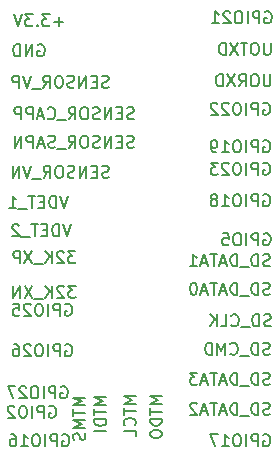
<source format=gbo>
%TF.GenerationSoftware,KiCad,Pcbnew,(6.0.4)*%
%TF.CreationDate,2022-06-13T20:09:27+02:00*%
%TF.ProjectId,Stamp,5374616d-702e-46b6-9963-61645f706362,rev?*%
%TF.SameCoordinates,Original*%
%TF.FileFunction,Legend,Bot*%
%TF.FilePolarity,Positive*%
%FSLAX46Y46*%
G04 Gerber Fmt 4.6, Leading zero omitted, Abs format (unit mm)*
G04 Created by KiCad (PCBNEW (6.0.4)) date 2022-06-13 20:09:27*
%MOMM*%
%LPD*%
G01*
G04 APERTURE LIST*
%ADD10C,0.150000*%
%ADD11R,1.700000X1.700000*%
%ADD12O,1.700000X1.700000*%
G04 APERTURE END LIST*
D10*
X105584380Y-100973000D02*
X105679619Y-100925380D01*
X105822476Y-100925380D01*
X105965333Y-100973000D01*
X106060571Y-101068238D01*
X106108190Y-101163476D01*
X106155809Y-101353952D01*
X106155809Y-101496809D01*
X106108190Y-101687285D01*
X106060571Y-101782523D01*
X105965333Y-101877761D01*
X105822476Y-101925380D01*
X105727238Y-101925380D01*
X105584380Y-101877761D01*
X105536761Y-101830142D01*
X105536761Y-101496809D01*
X105727238Y-101496809D01*
X105108190Y-101925380D02*
X105108190Y-100925380D01*
X104727238Y-100925380D01*
X104632000Y-100973000D01*
X104584380Y-101020619D01*
X104536761Y-101115857D01*
X104536761Y-101258714D01*
X104584380Y-101353952D01*
X104632000Y-101401571D01*
X104727238Y-101449190D01*
X105108190Y-101449190D01*
X104108190Y-101925380D02*
X104108190Y-100925380D01*
X103441523Y-100925380D02*
X103251047Y-100925380D01*
X103155809Y-100973000D01*
X103060571Y-101068238D01*
X103012952Y-101258714D01*
X103012952Y-101592047D01*
X103060571Y-101782523D01*
X103155809Y-101877761D01*
X103251047Y-101925380D01*
X103441523Y-101925380D01*
X103536761Y-101877761D01*
X103632000Y-101782523D01*
X103679619Y-101592047D01*
X103679619Y-101258714D01*
X103632000Y-101068238D01*
X103536761Y-100973000D01*
X103441523Y-100925380D01*
X102632000Y-101020619D02*
X102584380Y-100973000D01*
X102489142Y-100925380D01*
X102251047Y-100925380D01*
X102155809Y-100973000D01*
X102108190Y-101020619D01*
X102060571Y-101115857D01*
X102060571Y-101211095D01*
X102108190Y-101353952D01*
X102679619Y-101925380D01*
X102060571Y-101925380D01*
X101108190Y-101925380D02*
X101679619Y-101925380D01*
X101393904Y-101925380D02*
X101393904Y-100925380D01*
X101489142Y-101068238D01*
X101584380Y-101163476D01*
X101679619Y-101211095D01*
X105457380Y-111895000D02*
X105552619Y-111847380D01*
X105695476Y-111847380D01*
X105838333Y-111895000D01*
X105933571Y-111990238D01*
X105981190Y-112085476D01*
X106028809Y-112275952D01*
X106028809Y-112418809D01*
X105981190Y-112609285D01*
X105933571Y-112704523D01*
X105838333Y-112799761D01*
X105695476Y-112847380D01*
X105600238Y-112847380D01*
X105457380Y-112799761D01*
X105409761Y-112752142D01*
X105409761Y-112418809D01*
X105600238Y-112418809D01*
X104981190Y-112847380D02*
X104981190Y-111847380D01*
X104600238Y-111847380D01*
X104505000Y-111895000D01*
X104457380Y-111942619D01*
X104409761Y-112037857D01*
X104409761Y-112180714D01*
X104457380Y-112275952D01*
X104505000Y-112323571D01*
X104600238Y-112371190D01*
X104981190Y-112371190D01*
X103981190Y-112847380D02*
X103981190Y-111847380D01*
X103314523Y-111847380D02*
X103124047Y-111847380D01*
X103028809Y-111895000D01*
X102933571Y-111990238D01*
X102885952Y-112180714D01*
X102885952Y-112514047D01*
X102933571Y-112704523D01*
X103028809Y-112799761D01*
X103124047Y-112847380D01*
X103314523Y-112847380D01*
X103409761Y-112799761D01*
X103505000Y-112704523D01*
X103552619Y-112514047D01*
X103552619Y-112180714D01*
X103505000Y-111990238D01*
X103409761Y-111895000D01*
X103314523Y-111847380D01*
X101933571Y-112847380D02*
X102505000Y-112847380D01*
X102219285Y-112847380D02*
X102219285Y-111847380D01*
X102314523Y-111990238D01*
X102409761Y-112085476D01*
X102505000Y-112133095D01*
X101457380Y-112847380D02*
X101266904Y-112847380D01*
X101171666Y-112799761D01*
X101124047Y-112752142D01*
X101028809Y-112609285D01*
X100981190Y-112418809D01*
X100981190Y-112037857D01*
X101028809Y-111942619D01*
X101076428Y-111895000D01*
X101171666Y-111847380D01*
X101362142Y-111847380D01*
X101457380Y-111895000D01*
X101505000Y-111942619D01*
X101552619Y-112037857D01*
X101552619Y-112275952D01*
X101505000Y-112371190D01*
X101457380Y-112418809D01*
X101362142Y-112466428D01*
X101171666Y-112466428D01*
X101076428Y-112418809D01*
X101028809Y-112371190D01*
X100981190Y-112275952D01*
X105996952Y-124864761D02*
X105854095Y-124912380D01*
X105616000Y-124912380D01*
X105520761Y-124864761D01*
X105473142Y-124817142D01*
X105425523Y-124721904D01*
X105425523Y-124626666D01*
X105473142Y-124531428D01*
X105520761Y-124483809D01*
X105616000Y-124436190D01*
X105806476Y-124388571D01*
X105901714Y-124340952D01*
X105949333Y-124293333D01*
X105996952Y-124198095D01*
X105996952Y-124102857D01*
X105949333Y-124007619D01*
X105901714Y-123960000D01*
X105806476Y-123912380D01*
X105568380Y-123912380D01*
X105425523Y-123960000D01*
X104996952Y-124912380D02*
X104996952Y-123912380D01*
X104758857Y-123912380D01*
X104616000Y-123960000D01*
X104520761Y-124055238D01*
X104473142Y-124150476D01*
X104425523Y-124340952D01*
X104425523Y-124483809D01*
X104473142Y-124674285D01*
X104520761Y-124769523D01*
X104616000Y-124864761D01*
X104758857Y-124912380D01*
X104996952Y-124912380D01*
X104235047Y-125007619D02*
X103473142Y-125007619D01*
X103235047Y-124912380D02*
X103235047Y-123912380D01*
X102996952Y-123912380D01*
X102854095Y-123960000D01*
X102758857Y-124055238D01*
X102711238Y-124150476D01*
X102663619Y-124340952D01*
X102663619Y-124483809D01*
X102711238Y-124674285D01*
X102758857Y-124769523D01*
X102854095Y-124864761D01*
X102996952Y-124912380D01*
X103235047Y-124912380D01*
X102282666Y-124626666D02*
X101806476Y-124626666D01*
X102377904Y-124912380D02*
X102044571Y-123912380D01*
X101711238Y-124912380D01*
X101520761Y-123912380D02*
X100949333Y-123912380D01*
X101235047Y-124912380D02*
X101235047Y-123912380D01*
X100663619Y-124626666D02*
X100187428Y-124626666D01*
X100758857Y-124912380D02*
X100425523Y-123912380D01*
X100092190Y-124912380D01*
X99568380Y-123912380D02*
X99473142Y-123912380D01*
X99377904Y-123960000D01*
X99330285Y-124007619D01*
X99282666Y-124102857D01*
X99235047Y-124293333D01*
X99235047Y-124531428D01*
X99282666Y-124721904D01*
X99330285Y-124817142D01*
X99377904Y-124864761D01*
X99473142Y-124912380D01*
X99568380Y-124912380D01*
X99663619Y-124864761D01*
X99711238Y-124817142D01*
X99758857Y-124721904D01*
X99806476Y-124531428D01*
X99806476Y-124293333D01*
X99758857Y-124102857D01*
X99711238Y-124007619D01*
X99663619Y-123960000D01*
X99568380Y-123912380D01*
X92336428Y-107338761D02*
X92193571Y-107386380D01*
X91955476Y-107386380D01*
X91860238Y-107338761D01*
X91812619Y-107291142D01*
X91765000Y-107195904D01*
X91765000Y-107100666D01*
X91812619Y-107005428D01*
X91860238Y-106957809D01*
X91955476Y-106910190D01*
X92145952Y-106862571D01*
X92241190Y-106814952D01*
X92288809Y-106767333D01*
X92336428Y-106672095D01*
X92336428Y-106576857D01*
X92288809Y-106481619D01*
X92241190Y-106434000D01*
X92145952Y-106386380D01*
X91907857Y-106386380D01*
X91765000Y-106434000D01*
X91336428Y-106862571D02*
X91003095Y-106862571D01*
X90860238Y-107386380D02*
X91336428Y-107386380D01*
X91336428Y-106386380D01*
X90860238Y-106386380D01*
X90431666Y-107386380D02*
X90431666Y-106386380D01*
X89860238Y-107386380D01*
X89860238Y-106386380D01*
X89431666Y-107338761D02*
X89288809Y-107386380D01*
X89050714Y-107386380D01*
X88955476Y-107338761D01*
X88907857Y-107291142D01*
X88860238Y-107195904D01*
X88860238Y-107100666D01*
X88907857Y-107005428D01*
X88955476Y-106957809D01*
X89050714Y-106910190D01*
X89241190Y-106862571D01*
X89336428Y-106814952D01*
X89384047Y-106767333D01*
X89431666Y-106672095D01*
X89431666Y-106576857D01*
X89384047Y-106481619D01*
X89336428Y-106434000D01*
X89241190Y-106386380D01*
X89003095Y-106386380D01*
X88860238Y-106434000D01*
X88241190Y-106386380D02*
X88050714Y-106386380D01*
X87955476Y-106434000D01*
X87860238Y-106529238D01*
X87812619Y-106719714D01*
X87812619Y-107053047D01*
X87860238Y-107243523D01*
X87955476Y-107338761D01*
X88050714Y-107386380D01*
X88241190Y-107386380D01*
X88336428Y-107338761D01*
X88431666Y-107243523D01*
X88479285Y-107053047D01*
X88479285Y-106719714D01*
X88431666Y-106529238D01*
X88336428Y-106434000D01*
X88241190Y-106386380D01*
X86812619Y-107386380D02*
X87145952Y-106910190D01*
X87384047Y-107386380D02*
X87384047Y-106386380D01*
X87003095Y-106386380D01*
X86907857Y-106434000D01*
X86860238Y-106481619D01*
X86812619Y-106576857D01*
X86812619Y-106719714D01*
X86860238Y-106814952D01*
X86907857Y-106862571D01*
X87003095Y-106910190D01*
X87384047Y-106910190D01*
X86622142Y-107481619D02*
X85860238Y-107481619D01*
X85765000Y-106386380D02*
X85431666Y-107386380D01*
X85098333Y-106386380D01*
X84765000Y-107386380D02*
X84765000Y-106386380D01*
X84384047Y-106386380D01*
X84288809Y-106434000D01*
X84241190Y-106481619D01*
X84193571Y-106576857D01*
X84193571Y-106719714D01*
X84241190Y-106814952D01*
X84288809Y-106862571D01*
X84384047Y-106910190D01*
X84765000Y-106910190D01*
X88439380Y-136787000D02*
X88534619Y-136739380D01*
X88677476Y-136739380D01*
X88820333Y-136787000D01*
X88915571Y-136882238D01*
X88963190Y-136977476D01*
X89010809Y-137167952D01*
X89010809Y-137310809D01*
X88963190Y-137501285D01*
X88915571Y-137596523D01*
X88820333Y-137691761D01*
X88677476Y-137739380D01*
X88582238Y-137739380D01*
X88439380Y-137691761D01*
X88391761Y-137644142D01*
X88391761Y-137310809D01*
X88582238Y-137310809D01*
X87963190Y-137739380D02*
X87963190Y-136739380D01*
X87582238Y-136739380D01*
X87487000Y-136787000D01*
X87439380Y-136834619D01*
X87391761Y-136929857D01*
X87391761Y-137072714D01*
X87439380Y-137167952D01*
X87487000Y-137215571D01*
X87582238Y-137263190D01*
X87963190Y-137263190D01*
X86963190Y-137739380D02*
X86963190Y-136739380D01*
X86296523Y-136739380D02*
X86106047Y-136739380D01*
X86010809Y-136787000D01*
X85915571Y-136882238D01*
X85867952Y-137072714D01*
X85867952Y-137406047D01*
X85915571Y-137596523D01*
X86010809Y-137691761D01*
X86106047Y-137739380D01*
X86296523Y-137739380D01*
X86391761Y-137691761D01*
X86487000Y-137596523D01*
X86534619Y-137406047D01*
X86534619Y-137072714D01*
X86487000Y-136882238D01*
X86391761Y-136787000D01*
X86296523Y-136739380D01*
X84915571Y-137739380D02*
X85487000Y-137739380D01*
X85201285Y-137739380D02*
X85201285Y-136739380D01*
X85296523Y-136882238D01*
X85391761Y-136977476D01*
X85487000Y-137025095D01*
X84058428Y-136739380D02*
X84248904Y-136739380D01*
X84344142Y-136787000D01*
X84391761Y-136834619D01*
X84487000Y-136977476D01*
X84534619Y-137167952D01*
X84534619Y-137548904D01*
X84487000Y-137644142D01*
X84439380Y-137691761D01*
X84344142Y-137739380D01*
X84153666Y-137739380D01*
X84058428Y-137691761D01*
X84010809Y-137644142D01*
X83963190Y-137548904D01*
X83963190Y-137310809D01*
X84010809Y-137215571D01*
X84058428Y-137167952D01*
X84153666Y-137120333D01*
X84344142Y-137120333D01*
X84439380Y-137167952D01*
X84487000Y-137215571D01*
X84534619Y-137310809D01*
X94479428Y-110005761D02*
X94336571Y-110053380D01*
X94098476Y-110053380D01*
X94003238Y-110005761D01*
X93955619Y-109958142D01*
X93908000Y-109862904D01*
X93908000Y-109767666D01*
X93955619Y-109672428D01*
X94003238Y-109624809D01*
X94098476Y-109577190D01*
X94288952Y-109529571D01*
X94384190Y-109481952D01*
X94431809Y-109434333D01*
X94479428Y-109339095D01*
X94479428Y-109243857D01*
X94431809Y-109148619D01*
X94384190Y-109101000D01*
X94288952Y-109053380D01*
X94050857Y-109053380D01*
X93908000Y-109101000D01*
X93479428Y-109529571D02*
X93146095Y-109529571D01*
X93003238Y-110053380D02*
X93479428Y-110053380D01*
X93479428Y-109053380D01*
X93003238Y-109053380D01*
X92574666Y-110053380D02*
X92574666Y-109053380D01*
X92003238Y-110053380D01*
X92003238Y-109053380D01*
X91574666Y-110005761D02*
X91431809Y-110053380D01*
X91193714Y-110053380D01*
X91098476Y-110005761D01*
X91050857Y-109958142D01*
X91003238Y-109862904D01*
X91003238Y-109767666D01*
X91050857Y-109672428D01*
X91098476Y-109624809D01*
X91193714Y-109577190D01*
X91384190Y-109529571D01*
X91479428Y-109481952D01*
X91527047Y-109434333D01*
X91574666Y-109339095D01*
X91574666Y-109243857D01*
X91527047Y-109148619D01*
X91479428Y-109101000D01*
X91384190Y-109053380D01*
X91146095Y-109053380D01*
X91003238Y-109101000D01*
X90384190Y-109053380D02*
X90193714Y-109053380D01*
X90098476Y-109101000D01*
X90003238Y-109196238D01*
X89955619Y-109386714D01*
X89955619Y-109720047D01*
X90003238Y-109910523D01*
X90098476Y-110005761D01*
X90193714Y-110053380D01*
X90384190Y-110053380D01*
X90479428Y-110005761D01*
X90574666Y-109910523D01*
X90622285Y-109720047D01*
X90622285Y-109386714D01*
X90574666Y-109196238D01*
X90479428Y-109101000D01*
X90384190Y-109053380D01*
X88955619Y-110053380D02*
X89288952Y-109577190D01*
X89527047Y-110053380D02*
X89527047Y-109053380D01*
X89146095Y-109053380D01*
X89050857Y-109101000D01*
X89003238Y-109148619D01*
X88955619Y-109243857D01*
X88955619Y-109386714D01*
X89003238Y-109481952D01*
X89050857Y-109529571D01*
X89146095Y-109577190D01*
X89527047Y-109577190D01*
X88765142Y-110148619D02*
X88003238Y-110148619D01*
X87193714Y-109958142D02*
X87241333Y-110005761D01*
X87384190Y-110053380D01*
X87479428Y-110053380D01*
X87622285Y-110005761D01*
X87717523Y-109910523D01*
X87765142Y-109815285D01*
X87812761Y-109624809D01*
X87812761Y-109481952D01*
X87765142Y-109291476D01*
X87717523Y-109196238D01*
X87622285Y-109101000D01*
X87479428Y-109053380D01*
X87384190Y-109053380D01*
X87241333Y-109101000D01*
X87193714Y-109148619D01*
X86812761Y-109767666D02*
X86336571Y-109767666D01*
X86908000Y-110053380D02*
X86574666Y-109053380D01*
X86241333Y-110053380D01*
X85908000Y-110053380D02*
X85908000Y-109053380D01*
X85527047Y-109053380D01*
X85431809Y-109101000D01*
X85384190Y-109148619D01*
X85336571Y-109243857D01*
X85336571Y-109386714D01*
X85384190Y-109481952D01*
X85431809Y-109529571D01*
X85527047Y-109577190D01*
X85908000Y-109577190D01*
X84908000Y-110053380D02*
X84908000Y-109053380D01*
X84527047Y-109053380D01*
X84431809Y-109101000D01*
X84384190Y-109148619D01*
X84336571Y-109243857D01*
X84336571Y-109386714D01*
X84384190Y-109481952D01*
X84431809Y-109529571D01*
X84527047Y-109577190D01*
X84908000Y-109577190D01*
X87328190Y-134374000D02*
X87423428Y-134326380D01*
X87566285Y-134326380D01*
X87709142Y-134374000D01*
X87804380Y-134469238D01*
X87852000Y-134564476D01*
X87899619Y-134754952D01*
X87899619Y-134897809D01*
X87852000Y-135088285D01*
X87804380Y-135183523D01*
X87709142Y-135278761D01*
X87566285Y-135326380D01*
X87471047Y-135326380D01*
X87328190Y-135278761D01*
X87280571Y-135231142D01*
X87280571Y-134897809D01*
X87471047Y-134897809D01*
X86852000Y-135326380D02*
X86852000Y-134326380D01*
X86471047Y-134326380D01*
X86375809Y-134374000D01*
X86328190Y-134421619D01*
X86280571Y-134516857D01*
X86280571Y-134659714D01*
X86328190Y-134754952D01*
X86375809Y-134802571D01*
X86471047Y-134850190D01*
X86852000Y-134850190D01*
X85852000Y-135326380D02*
X85852000Y-134326380D01*
X85185333Y-134326380D02*
X84994857Y-134326380D01*
X84899619Y-134374000D01*
X84804380Y-134469238D01*
X84756761Y-134659714D01*
X84756761Y-134993047D01*
X84804380Y-135183523D01*
X84899619Y-135278761D01*
X84994857Y-135326380D01*
X85185333Y-135326380D01*
X85280571Y-135278761D01*
X85375809Y-135183523D01*
X85423428Y-134993047D01*
X85423428Y-134659714D01*
X85375809Y-134469238D01*
X85280571Y-134374000D01*
X85185333Y-134326380D01*
X84375809Y-134421619D02*
X84328190Y-134374000D01*
X84232952Y-134326380D01*
X83994857Y-134326380D01*
X83899619Y-134374000D01*
X83852000Y-134421619D01*
X83804380Y-134516857D01*
X83804380Y-134612095D01*
X83852000Y-134754952D01*
X84423428Y-135326380D01*
X83804380Y-135326380D01*
X106076428Y-127531761D02*
X105933571Y-127579380D01*
X105695476Y-127579380D01*
X105600238Y-127531761D01*
X105552619Y-127484142D01*
X105505000Y-127388904D01*
X105505000Y-127293666D01*
X105552619Y-127198428D01*
X105600238Y-127150809D01*
X105695476Y-127103190D01*
X105885952Y-127055571D01*
X105981190Y-127007952D01*
X106028809Y-126960333D01*
X106076428Y-126865095D01*
X106076428Y-126769857D01*
X106028809Y-126674619D01*
X105981190Y-126627000D01*
X105885952Y-126579380D01*
X105647857Y-126579380D01*
X105505000Y-126627000D01*
X105076428Y-127579380D02*
X105076428Y-126579380D01*
X104838333Y-126579380D01*
X104695476Y-126627000D01*
X104600238Y-126722238D01*
X104552619Y-126817476D01*
X104505000Y-127007952D01*
X104505000Y-127150809D01*
X104552619Y-127341285D01*
X104600238Y-127436523D01*
X104695476Y-127531761D01*
X104838333Y-127579380D01*
X105076428Y-127579380D01*
X104314523Y-127674619D02*
X103552619Y-127674619D01*
X102743095Y-127484142D02*
X102790714Y-127531761D01*
X102933571Y-127579380D01*
X103028809Y-127579380D01*
X103171666Y-127531761D01*
X103266904Y-127436523D01*
X103314523Y-127341285D01*
X103362142Y-127150809D01*
X103362142Y-127007952D01*
X103314523Y-126817476D01*
X103266904Y-126722238D01*
X103171666Y-126627000D01*
X103028809Y-126579380D01*
X102933571Y-126579380D01*
X102790714Y-126627000D01*
X102743095Y-126674619D01*
X101838333Y-127579380D02*
X102314523Y-127579380D01*
X102314523Y-126579380D01*
X101505000Y-127579380D02*
X101505000Y-126579380D01*
X100933571Y-127579380D02*
X101362142Y-127007952D01*
X100933571Y-126579380D02*
X101505000Y-127150809D01*
X89534666Y-121245380D02*
X88915619Y-121245380D01*
X89248952Y-121626333D01*
X89106095Y-121626333D01*
X89010857Y-121673952D01*
X88963238Y-121721571D01*
X88915619Y-121816809D01*
X88915619Y-122054904D01*
X88963238Y-122150142D01*
X89010857Y-122197761D01*
X89106095Y-122245380D01*
X89391809Y-122245380D01*
X89487047Y-122197761D01*
X89534666Y-122150142D01*
X88534666Y-121340619D02*
X88487047Y-121293000D01*
X88391809Y-121245380D01*
X88153714Y-121245380D01*
X88058476Y-121293000D01*
X88010857Y-121340619D01*
X87963238Y-121435857D01*
X87963238Y-121531095D01*
X88010857Y-121673952D01*
X88582285Y-122245380D01*
X87963238Y-122245380D01*
X87534666Y-122245380D02*
X87534666Y-121245380D01*
X86963238Y-122245380D02*
X87391809Y-121673952D01*
X86963238Y-121245380D02*
X87534666Y-121816809D01*
X86772761Y-122340619D02*
X86010857Y-122340619D01*
X85868000Y-121245380D02*
X85201333Y-122245380D01*
X85201333Y-121245380D02*
X85868000Y-122245380D01*
X84820380Y-122245380D02*
X84820380Y-121245380D01*
X84439428Y-121245380D01*
X84344190Y-121293000D01*
X84296571Y-121340619D01*
X84248952Y-121435857D01*
X84248952Y-121578714D01*
X84296571Y-121673952D01*
X84344190Y-121721571D01*
X84439428Y-121769190D01*
X84820380Y-121769190D01*
X89558476Y-124166380D02*
X88939428Y-124166380D01*
X89272761Y-124547333D01*
X89129904Y-124547333D01*
X89034666Y-124594952D01*
X88987047Y-124642571D01*
X88939428Y-124737809D01*
X88939428Y-124975904D01*
X88987047Y-125071142D01*
X89034666Y-125118761D01*
X89129904Y-125166380D01*
X89415619Y-125166380D01*
X89510857Y-125118761D01*
X89558476Y-125071142D01*
X88558476Y-124261619D02*
X88510857Y-124214000D01*
X88415619Y-124166380D01*
X88177523Y-124166380D01*
X88082285Y-124214000D01*
X88034666Y-124261619D01*
X87987047Y-124356857D01*
X87987047Y-124452095D01*
X88034666Y-124594952D01*
X88606095Y-125166380D01*
X87987047Y-125166380D01*
X87558476Y-125166380D02*
X87558476Y-124166380D01*
X86987047Y-125166380D02*
X87415619Y-124594952D01*
X86987047Y-124166380D02*
X87558476Y-124737809D01*
X86796571Y-125261619D02*
X86034666Y-125261619D01*
X85891809Y-124166380D02*
X85225142Y-125166380D01*
X85225142Y-124166380D02*
X85891809Y-125166380D01*
X84844190Y-125166380D02*
X84844190Y-124166380D01*
X84272761Y-125166380D01*
X84272761Y-124166380D01*
X88312380Y-132723000D02*
X88407619Y-132675380D01*
X88550476Y-132675380D01*
X88693333Y-132723000D01*
X88788571Y-132818238D01*
X88836190Y-132913476D01*
X88883809Y-133103952D01*
X88883809Y-133246809D01*
X88836190Y-133437285D01*
X88788571Y-133532523D01*
X88693333Y-133627761D01*
X88550476Y-133675380D01*
X88455238Y-133675380D01*
X88312380Y-133627761D01*
X88264761Y-133580142D01*
X88264761Y-133246809D01*
X88455238Y-133246809D01*
X87836190Y-133675380D02*
X87836190Y-132675380D01*
X87455238Y-132675380D01*
X87360000Y-132723000D01*
X87312380Y-132770619D01*
X87264761Y-132865857D01*
X87264761Y-133008714D01*
X87312380Y-133103952D01*
X87360000Y-133151571D01*
X87455238Y-133199190D01*
X87836190Y-133199190D01*
X86836190Y-133675380D02*
X86836190Y-132675380D01*
X86169523Y-132675380D02*
X85979047Y-132675380D01*
X85883809Y-132723000D01*
X85788571Y-132818238D01*
X85740952Y-133008714D01*
X85740952Y-133342047D01*
X85788571Y-133532523D01*
X85883809Y-133627761D01*
X85979047Y-133675380D01*
X86169523Y-133675380D01*
X86264761Y-133627761D01*
X86360000Y-133532523D01*
X86407619Y-133342047D01*
X86407619Y-133008714D01*
X86360000Y-132818238D01*
X86264761Y-132723000D01*
X86169523Y-132675380D01*
X85360000Y-132770619D02*
X85312380Y-132723000D01*
X85217142Y-132675380D01*
X84979047Y-132675380D01*
X84883809Y-132723000D01*
X84836190Y-132770619D01*
X84788571Y-132865857D01*
X84788571Y-132961095D01*
X84836190Y-133103952D01*
X85407619Y-133675380D01*
X84788571Y-133675380D01*
X84455238Y-132675380D02*
X83788571Y-132675380D01*
X84217142Y-133675380D01*
X92360238Y-114958761D02*
X92217380Y-115006380D01*
X91979285Y-115006380D01*
X91884047Y-114958761D01*
X91836428Y-114911142D01*
X91788809Y-114815904D01*
X91788809Y-114720666D01*
X91836428Y-114625428D01*
X91884047Y-114577809D01*
X91979285Y-114530190D01*
X92169761Y-114482571D01*
X92265000Y-114434952D01*
X92312619Y-114387333D01*
X92360238Y-114292095D01*
X92360238Y-114196857D01*
X92312619Y-114101619D01*
X92265000Y-114054000D01*
X92169761Y-114006380D01*
X91931666Y-114006380D01*
X91788809Y-114054000D01*
X91360238Y-114482571D02*
X91026904Y-114482571D01*
X90884047Y-115006380D02*
X91360238Y-115006380D01*
X91360238Y-114006380D01*
X90884047Y-114006380D01*
X90455476Y-115006380D02*
X90455476Y-114006380D01*
X89884047Y-115006380D01*
X89884047Y-114006380D01*
X89455476Y-114958761D02*
X89312619Y-115006380D01*
X89074523Y-115006380D01*
X88979285Y-114958761D01*
X88931666Y-114911142D01*
X88884047Y-114815904D01*
X88884047Y-114720666D01*
X88931666Y-114625428D01*
X88979285Y-114577809D01*
X89074523Y-114530190D01*
X89265000Y-114482571D01*
X89360238Y-114434952D01*
X89407857Y-114387333D01*
X89455476Y-114292095D01*
X89455476Y-114196857D01*
X89407857Y-114101619D01*
X89360238Y-114054000D01*
X89265000Y-114006380D01*
X89026904Y-114006380D01*
X88884047Y-114054000D01*
X88265000Y-114006380D02*
X88074523Y-114006380D01*
X87979285Y-114054000D01*
X87884047Y-114149238D01*
X87836428Y-114339714D01*
X87836428Y-114673047D01*
X87884047Y-114863523D01*
X87979285Y-114958761D01*
X88074523Y-115006380D01*
X88265000Y-115006380D01*
X88360238Y-114958761D01*
X88455476Y-114863523D01*
X88503095Y-114673047D01*
X88503095Y-114339714D01*
X88455476Y-114149238D01*
X88360238Y-114054000D01*
X88265000Y-114006380D01*
X86836428Y-115006380D02*
X87169761Y-114530190D01*
X87407857Y-115006380D02*
X87407857Y-114006380D01*
X87026904Y-114006380D01*
X86931666Y-114054000D01*
X86884047Y-114101619D01*
X86836428Y-114196857D01*
X86836428Y-114339714D01*
X86884047Y-114434952D01*
X86931666Y-114482571D01*
X87026904Y-114530190D01*
X87407857Y-114530190D01*
X86645952Y-115101619D02*
X85884047Y-115101619D01*
X85788809Y-114006380D02*
X85455476Y-115006380D01*
X85122142Y-114006380D01*
X84788809Y-115006380D02*
X84788809Y-114006380D01*
X84217380Y-115006380D01*
X84217380Y-114006380D01*
X89137809Y-118959380D02*
X88804476Y-119959380D01*
X88471142Y-118959380D01*
X88137809Y-119959380D02*
X88137809Y-118959380D01*
X87899714Y-118959380D01*
X87756857Y-119007000D01*
X87661619Y-119102238D01*
X87614000Y-119197476D01*
X87566380Y-119387952D01*
X87566380Y-119530809D01*
X87614000Y-119721285D01*
X87661619Y-119816523D01*
X87756857Y-119911761D01*
X87899714Y-119959380D01*
X88137809Y-119959380D01*
X87137809Y-119435571D02*
X86804476Y-119435571D01*
X86661619Y-119959380D02*
X87137809Y-119959380D01*
X87137809Y-118959380D01*
X86661619Y-118959380D01*
X86375904Y-118959380D02*
X85804476Y-118959380D01*
X86090190Y-119959380D02*
X86090190Y-118959380D01*
X85709238Y-120054619D02*
X84947333Y-120054619D01*
X84756857Y-119054619D02*
X84709238Y-119007000D01*
X84614000Y-118959380D01*
X84375904Y-118959380D01*
X84280666Y-119007000D01*
X84233047Y-119054619D01*
X84185428Y-119149857D01*
X84185428Y-119245095D01*
X84233047Y-119387952D01*
X84804476Y-119959380D01*
X84185428Y-119959380D01*
X105996952Y-122451761D02*
X105854095Y-122499380D01*
X105616000Y-122499380D01*
X105520761Y-122451761D01*
X105473142Y-122404142D01*
X105425523Y-122308904D01*
X105425523Y-122213666D01*
X105473142Y-122118428D01*
X105520761Y-122070809D01*
X105616000Y-122023190D01*
X105806476Y-121975571D01*
X105901714Y-121927952D01*
X105949333Y-121880333D01*
X105996952Y-121785095D01*
X105996952Y-121689857D01*
X105949333Y-121594619D01*
X105901714Y-121547000D01*
X105806476Y-121499380D01*
X105568380Y-121499380D01*
X105425523Y-121547000D01*
X104996952Y-122499380D02*
X104996952Y-121499380D01*
X104758857Y-121499380D01*
X104616000Y-121547000D01*
X104520761Y-121642238D01*
X104473142Y-121737476D01*
X104425523Y-121927952D01*
X104425523Y-122070809D01*
X104473142Y-122261285D01*
X104520761Y-122356523D01*
X104616000Y-122451761D01*
X104758857Y-122499380D01*
X104996952Y-122499380D01*
X104235047Y-122594619D02*
X103473142Y-122594619D01*
X103235047Y-122499380D02*
X103235047Y-121499380D01*
X102996952Y-121499380D01*
X102854095Y-121547000D01*
X102758857Y-121642238D01*
X102711238Y-121737476D01*
X102663619Y-121927952D01*
X102663619Y-122070809D01*
X102711238Y-122261285D01*
X102758857Y-122356523D01*
X102854095Y-122451761D01*
X102996952Y-122499380D01*
X103235047Y-122499380D01*
X102282666Y-122213666D02*
X101806476Y-122213666D01*
X102377904Y-122499380D02*
X102044571Y-121499380D01*
X101711238Y-122499380D01*
X101520761Y-121499380D02*
X100949333Y-121499380D01*
X101235047Y-122499380D02*
X101235047Y-121499380D01*
X100663619Y-122213666D02*
X100187428Y-122213666D01*
X100758857Y-122499380D02*
X100425523Y-121499380D01*
X100092190Y-122499380D01*
X99235047Y-122499380D02*
X99806476Y-122499380D01*
X99520761Y-122499380D02*
X99520761Y-121499380D01*
X99616000Y-121642238D01*
X99711238Y-121737476D01*
X99806476Y-121785095D01*
X92146380Y-133548619D02*
X91146380Y-133548619D01*
X91860666Y-133881952D01*
X91146380Y-134215285D01*
X92146380Y-134215285D01*
X91146380Y-134548619D02*
X91146380Y-135120047D01*
X92146380Y-134834333D02*
X91146380Y-134834333D01*
X92146380Y-135453380D02*
X91146380Y-135453380D01*
X91146380Y-135691476D01*
X91194000Y-135834333D01*
X91289238Y-135929571D01*
X91384476Y-135977190D01*
X91574952Y-136024809D01*
X91717809Y-136024809D01*
X91908285Y-135977190D01*
X92003523Y-135929571D01*
X92098761Y-135834333D01*
X92146380Y-135691476D01*
X92146380Y-135453380D01*
X92146380Y-136453380D02*
X91146380Y-136453380D01*
X106044714Y-106259380D02*
X106044714Y-107068904D01*
X105997095Y-107164142D01*
X105949476Y-107211761D01*
X105854238Y-107259380D01*
X105663761Y-107259380D01*
X105568523Y-107211761D01*
X105520904Y-107164142D01*
X105473285Y-107068904D01*
X105473285Y-106259380D01*
X104806619Y-106259380D02*
X104616142Y-106259380D01*
X104520904Y-106307000D01*
X104425666Y-106402238D01*
X104378047Y-106592714D01*
X104378047Y-106926047D01*
X104425666Y-107116523D01*
X104520904Y-107211761D01*
X104616142Y-107259380D01*
X104806619Y-107259380D01*
X104901857Y-107211761D01*
X104997095Y-107116523D01*
X105044714Y-106926047D01*
X105044714Y-106592714D01*
X104997095Y-106402238D01*
X104901857Y-106307000D01*
X104806619Y-106259380D01*
X103378047Y-107259380D02*
X103711380Y-106783190D01*
X103949476Y-107259380D02*
X103949476Y-106259380D01*
X103568523Y-106259380D01*
X103473285Y-106307000D01*
X103425666Y-106354619D01*
X103378047Y-106449857D01*
X103378047Y-106592714D01*
X103425666Y-106687952D01*
X103473285Y-106735571D01*
X103568523Y-106783190D01*
X103949476Y-106783190D01*
X103044714Y-106259380D02*
X102378047Y-107259380D01*
X102378047Y-106259380D02*
X103044714Y-107259380D01*
X101997095Y-107259380D02*
X101997095Y-106259380D01*
X101759000Y-106259380D01*
X101616142Y-106307000D01*
X101520904Y-106402238D01*
X101473285Y-106497476D01*
X101425666Y-106687952D01*
X101425666Y-106830809D01*
X101473285Y-107021285D01*
X101520904Y-107116523D01*
X101616142Y-107211761D01*
X101759000Y-107259380D01*
X101997095Y-107259380D01*
X105457380Y-108720000D02*
X105552619Y-108672380D01*
X105695476Y-108672380D01*
X105838333Y-108720000D01*
X105933571Y-108815238D01*
X105981190Y-108910476D01*
X106028809Y-109100952D01*
X106028809Y-109243809D01*
X105981190Y-109434285D01*
X105933571Y-109529523D01*
X105838333Y-109624761D01*
X105695476Y-109672380D01*
X105600238Y-109672380D01*
X105457380Y-109624761D01*
X105409761Y-109577142D01*
X105409761Y-109243809D01*
X105600238Y-109243809D01*
X104981190Y-109672380D02*
X104981190Y-108672380D01*
X104600238Y-108672380D01*
X104505000Y-108720000D01*
X104457380Y-108767619D01*
X104409761Y-108862857D01*
X104409761Y-109005714D01*
X104457380Y-109100952D01*
X104505000Y-109148571D01*
X104600238Y-109196190D01*
X104981190Y-109196190D01*
X103981190Y-109672380D02*
X103981190Y-108672380D01*
X103314523Y-108672380D02*
X103124047Y-108672380D01*
X103028809Y-108720000D01*
X102933571Y-108815238D01*
X102885952Y-109005714D01*
X102885952Y-109339047D01*
X102933571Y-109529523D01*
X103028809Y-109624761D01*
X103124047Y-109672380D01*
X103314523Y-109672380D01*
X103409761Y-109624761D01*
X103505000Y-109529523D01*
X103552619Y-109339047D01*
X103552619Y-109005714D01*
X103505000Y-108815238D01*
X103409761Y-108720000D01*
X103314523Y-108672380D01*
X102505000Y-108767619D02*
X102457380Y-108720000D01*
X102362142Y-108672380D01*
X102124047Y-108672380D01*
X102028809Y-108720000D01*
X101981190Y-108767619D01*
X101933571Y-108862857D01*
X101933571Y-108958095D01*
X101981190Y-109100952D01*
X102552619Y-109672380D01*
X101933571Y-109672380D01*
X101552619Y-108767619D02*
X101505000Y-108720000D01*
X101409761Y-108672380D01*
X101171666Y-108672380D01*
X101076428Y-108720000D01*
X101028809Y-108767619D01*
X100981190Y-108862857D01*
X100981190Y-108958095D01*
X101028809Y-109100952D01*
X101600238Y-109672380D01*
X100981190Y-109672380D01*
X105489190Y-119769000D02*
X105584428Y-119721380D01*
X105727285Y-119721380D01*
X105870142Y-119769000D01*
X105965380Y-119864238D01*
X106013000Y-119959476D01*
X106060619Y-120149952D01*
X106060619Y-120292809D01*
X106013000Y-120483285D01*
X105965380Y-120578523D01*
X105870142Y-120673761D01*
X105727285Y-120721380D01*
X105632047Y-120721380D01*
X105489190Y-120673761D01*
X105441571Y-120626142D01*
X105441571Y-120292809D01*
X105632047Y-120292809D01*
X105013000Y-120721380D02*
X105013000Y-119721380D01*
X104632047Y-119721380D01*
X104536809Y-119769000D01*
X104489190Y-119816619D01*
X104441571Y-119911857D01*
X104441571Y-120054714D01*
X104489190Y-120149952D01*
X104536809Y-120197571D01*
X104632047Y-120245190D01*
X105013000Y-120245190D01*
X104013000Y-120721380D02*
X104013000Y-119721380D01*
X103346333Y-119721380D02*
X103155857Y-119721380D01*
X103060619Y-119769000D01*
X102965380Y-119864238D01*
X102917761Y-120054714D01*
X102917761Y-120388047D01*
X102965380Y-120578523D01*
X103060619Y-120673761D01*
X103155857Y-120721380D01*
X103346333Y-120721380D01*
X103441571Y-120673761D01*
X103536809Y-120578523D01*
X103584428Y-120388047D01*
X103584428Y-120054714D01*
X103536809Y-119864238D01*
X103441571Y-119769000D01*
X103346333Y-119721380D01*
X102013000Y-119721380D02*
X102489190Y-119721380D01*
X102536809Y-120197571D01*
X102489190Y-120149952D01*
X102393952Y-120102333D01*
X102155857Y-120102333D01*
X102060619Y-120149952D01*
X102013000Y-120197571D01*
X101965380Y-120292809D01*
X101965380Y-120530904D01*
X102013000Y-120626142D01*
X102060619Y-120673761D01*
X102155857Y-120721380D01*
X102393952Y-120721380D01*
X102489190Y-120673761D01*
X102536809Y-120626142D01*
X106052666Y-103592380D02*
X106052666Y-104401904D01*
X106005047Y-104497142D01*
X105957428Y-104544761D01*
X105862190Y-104592380D01*
X105671714Y-104592380D01*
X105576476Y-104544761D01*
X105528857Y-104497142D01*
X105481238Y-104401904D01*
X105481238Y-103592380D01*
X104814571Y-103592380D02*
X104624095Y-103592380D01*
X104528857Y-103640000D01*
X104433619Y-103735238D01*
X104386000Y-103925714D01*
X104386000Y-104259047D01*
X104433619Y-104449523D01*
X104528857Y-104544761D01*
X104624095Y-104592380D01*
X104814571Y-104592380D01*
X104909809Y-104544761D01*
X105005047Y-104449523D01*
X105052666Y-104259047D01*
X105052666Y-103925714D01*
X105005047Y-103735238D01*
X104909809Y-103640000D01*
X104814571Y-103592380D01*
X104100285Y-103592380D02*
X103528857Y-103592380D01*
X103814571Y-104592380D02*
X103814571Y-103592380D01*
X103290761Y-103592380D02*
X102624095Y-104592380D01*
X102624095Y-103592380D02*
X103290761Y-104592380D01*
X102243142Y-104592380D02*
X102243142Y-103592380D01*
X102005047Y-103592380D01*
X101862190Y-103640000D01*
X101766952Y-103735238D01*
X101719333Y-103830476D01*
X101671714Y-104020952D01*
X101671714Y-104163809D01*
X101719333Y-104354285D01*
X101766952Y-104449523D01*
X101862190Y-104544761D01*
X102005047Y-104592380D01*
X102243142Y-104592380D01*
X105457380Y-116467000D02*
X105552619Y-116419380D01*
X105695476Y-116419380D01*
X105838333Y-116467000D01*
X105933571Y-116562238D01*
X105981190Y-116657476D01*
X106028809Y-116847952D01*
X106028809Y-116990809D01*
X105981190Y-117181285D01*
X105933571Y-117276523D01*
X105838333Y-117371761D01*
X105695476Y-117419380D01*
X105600238Y-117419380D01*
X105457380Y-117371761D01*
X105409761Y-117324142D01*
X105409761Y-116990809D01*
X105600238Y-116990809D01*
X104981190Y-117419380D02*
X104981190Y-116419380D01*
X104600238Y-116419380D01*
X104505000Y-116467000D01*
X104457380Y-116514619D01*
X104409761Y-116609857D01*
X104409761Y-116752714D01*
X104457380Y-116847952D01*
X104505000Y-116895571D01*
X104600238Y-116943190D01*
X104981190Y-116943190D01*
X103981190Y-117419380D02*
X103981190Y-116419380D01*
X103314523Y-116419380D02*
X103124047Y-116419380D01*
X103028809Y-116467000D01*
X102933571Y-116562238D01*
X102885952Y-116752714D01*
X102885952Y-117086047D01*
X102933571Y-117276523D01*
X103028809Y-117371761D01*
X103124047Y-117419380D01*
X103314523Y-117419380D01*
X103409761Y-117371761D01*
X103505000Y-117276523D01*
X103552619Y-117086047D01*
X103552619Y-116752714D01*
X103505000Y-116562238D01*
X103409761Y-116467000D01*
X103314523Y-116419380D01*
X101933571Y-117419380D02*
X102505000Y-117419380D01*
X102219285Y-117419380D02*
X102219285Y-116419380D01*
X102314523Y-116562238D01*
X102409761Y-116657476D01*
X102505000Y-116705095D01*
X101362142Y-116847952D02*
X101457380Y-116800333D01*
X101505000Y-116752714D01*
X101552619Y-116657476D01*
X101552619Y-116609857D01*
X101505000Y-116514619D01*
X101457380Y-116467000D01*
X101362142Y-116419380D01*
X101171666Y-116419380D01*
X101076428Y-116467000D01*
X101028809Y-116514619D01*
X100981190Y-116609857D01*
X100981190Y-116657476D01*
X101028809Y-116752714D01*
X101076428Y-116800333D01*
X101171666Y-116847952D01*
X101362142Y-116847952D01*
X101457380Y-116895571D01*
X101505000Y-116943190D01*
X101552619Y-117038428D01*
X101552619Y-117228904D01*
X101505000Y-117324142D01*
X101457380Y-117371761D01*
X101362142Y-117419380D01*
X101171666Y-117419380D01*
X101076428Y-117371761D01*
X101028809Y-117324142D01*
X100981190Y-117228904D01*
X100981190Y-117038428D01*
X101028809Y-116943190D01*
X101076428Y-116895571D01*
X101171666Y-116847952D01*
X88693380Y-125738000D02*
X88788619Y-125690380D01*
X88931476Y-125690380D01*
X89074333Y-125738000D01*
X89169571Y-125833238D01*
X89217190Y-125928476D01*
X89264809Y-126118952D01*
X89264809Y-126261809D01*
X89217190Y-126452285D01*
X89169571Y-126547523D01*
X89074333Y-126642761D01*
X88931476Y-126690380D01*
X88836238Y-126690380D01*
X88693380Y-126642761D01*
X88645761Y-126595142D01*
X88645761Y-126261809D01*
X88836238Y-126261809D01*
X88217190Y-126690380D02*
X88217190Y-125690380D01*
X87836238Y-125690380D01*
X87741000Y-125738000D01*
X87693380Y-125785619D01*
X87645761Y-125880857D01*
X87645761Y-126023714D01*
X87693380Y-126118952D01*
X87741000Y-126166571D01*
X87836238Y-126214190D01*
X88217190Y-126214190D01*
X87217190Y-126690380D02*
X87217190Y-125690380D01*
X86550523Y-125690380D02*
X86360047Y-125690380D01*
X86264809Y-125738000D01*
X86169571Y-125833238D01*
X86121952Y-126023714D01*
X86121952Y-126357047D01*
X86169571Y-126547523D01*
X86264809Y-126642761D01*
X86360047Y-126690380D01*
X86550523Y-126690380D01*
X86645761Y-126642761D01*
X86741000Y-126547523D01*
X86788619Y-126357047D01*
X86788619Y-126023714D01*
X86741000Y-125833238D01*
X86645761Y-125738000D01*
X86550523Y-125690380D01*
X85741000Y-125785619D02*
X85693380Y-125738000D01*
X85598142Y-125690380D01*
X85360047Y-125690380D01*
X85264809Y-125738000D01*
X85217190Y-125785619D01*
X85169571Y-125880857D01*
X85169571Y-125976095D01*
X85217190Y-126118952D01*
X85788619Y-126690380D01*
X85169571Y-126690380D01*
X84264809Y-125690380D02*
X84741000Y-125690380D01*
X84788619Y-126166571D01*
X84741000Y-126118952D01*
X84645761Y-126071333D01*
X84407666Y-126071333D01*
X84312428Y-126118952D01*
X84264809Y-126166571D01*
X84217190Y-126261809D01*
X84217190Y-126499904D01*
X84264809Y-126595142D01*
X84312428Y-126642761D01*
X84407666Y-126690380D01*
X84645761Y-126690380D01*
X84741000Y-126642761D01*
X84788619Y-126595142D01*
X96845380Y-133516904D02*
X95845380Y-133516904D01*
X96559666Y-133850238D01*
X95845380Y-134183571D01*
X96845380Y-134183571D01*
X95845380Y-134516904D02*
X95845380Y-135088333D01*
X96845380Y-134802619D02*
X95845380Y-134802619D01*
X96845380Y-135421666D02*
X95845380Y-135421666D01*
X95845380Y-135659761D01*
X95893000Y-135802619D01*
X95988238Y-135897857D01*
X96083476Y-135945476D01*
X96273952Y-135993095D01*
X96416809Y-135993095D01*
X96607285Y-135945476D01*
X96702523Y-135897857D01*
X96797761Y-135802619D01*
X96845380Y-135659761D01*
X96845380Y-135421666D01*
X95845380Y-136612142D02*
X95845380Y-136802619D01*
X95893000Y-136897857D01*
X95988238Y-136993095D01*
X96178714Y-137040714D01*
X96512047Y-137040714D01*
X96702523Y-136993095D01*
X96797761Y-136897857D01*
X96845380Y-136802619D01*
X96845380Y-136612142D01*
X96797761Y-136516904D01*
X96702523Y-136421666D01*
X96512047Y-136374047D01*
X96178714Y-136374047D01*
X95988238Y-136421666D01*
X95893000Y-136516904D01*
X95845380Y-136612142D01*
X94643380Y-133508952D02*
X93643380Y-133508952D01*
X94357666Y-133842285D01*
X93643380Y-134175619D01*
X94643380Y-134175619D01*
X93643380Y-134508952D02*
X93643380Y-135080380D01*
X94643380Y-134794666D02*
X93643380Y-134794666D01*
X94548142Y-135985142D02*
X94595761Y-135937523D01*
X94643380Y-135794666D01*
X94643380Y-135699428D01*
X94595761Y-135556571D01*
X94500523Y-135461333D01*
X94405285Y-135413714D01*
X94214809Y-135366095D01*
X94071952Y-135366095D01*
X93881476Y-135413714D01*
X93786238Y-135461333D01*
X93691000Y-135556571D01*
X93643380Y-135699428D01*
X93643380Y-135794666D01*
X93691000Y-135937523D01*
X93738619Y-135985142D01*
X94643380Y-136889904D02*
X94643380Y-136413714D01*
X93643380Y-136413714D01*
X94479428Y-112418761D02*
X94336571Y-112466380D01*
X94098476Y-112466380D01*
X94003238Y-112418761D01*
X93955619Y-112371142D01*
X93908000Y-112275904D01*
X93908000Y-112180666D01*
X93955619Y-112085428D01*
X94003238Y-112037809D01*
X94098476Y-111990190D01*
X94288952Y-111942571D01*
X94384190Y-111894952D01*
X94431809Y-111847333D01*
X94479428Y-111752095D01*
X94479428Y-111656857D01*
X94431809Y-111561619D01*
X94384190Y-111514000D01*
X94288952Y-111466380D01*
X94050857Y-111466380D01*
X93908000Y-111514000D01*
X93479428Y-111942571D02*
X93146095Y-111942571D01*
X93003238Y-112466380D02*
X93479428Y-112466380D01*
X93479428Y-111466380D01*
X93003238Y-111466380D01*
X92574666Y-112466380D02*
X92574666Y-111466380D01*
X92003238Y-112466380D01*
X92003238Y-111466380D01*
X91574666Y-112418761D02*
X91431809Y-112466380D01*
X91193714Y-112466380D01*
X91098476Y-112418761D01*
X91050857Y-112371142D01*
X91003238Y-112275904D01*
X91003238Y-112180666D01*
X91050857Y-112085428D01*
X91098476Y-112037809D01*
X91193714Y-111990190D01*
X91384190Y-111942571D01*
X91479428Y-111894952D01*
X91527047Y-111847333D01*
X91574666Y-111752095D01*
X91574666Y-111656857D01*
X91527047Y-111561619D01*
X91479428Y-111514000D01*
X91384190Y-111466380D01*
X91146095Y-111466380D01*
X91003238Y-111514000D01*
X90384190Y-111466380D02*
X90193714Y-111466380D01*
X90098476Y-111514000D01*
X90003238Y-111609238D01*
X89955619Y-111799714D01*
X89955619Y-112133047D01*
X90003238Y-112323523D01*
X90098476Y-112418761D01*
X90193714Y-112466380D01*
X90384190Y-112466380D01*
X90479428Y-112418761D01*
X90574666Y-112323523D01*
X90622285Y-112133047D01*
X90622285Y-111799714D01*
X90574666Y-111609238D01*
X90479428Y-111514000D01*
X90384190Y-111466380D01*
X88955619Y-112466380D02*
X89288952Y-111990190D01*
X89527047Y-112466380D02*
X89527047Y-111466380D01*
X89146095Y-111466380D01*
X89050857Y-111514000D01*
X89003238Y-111561619D01*
X88955619Y-111656857D01*
X88955619Y-111799714D01*
X89003238Y-111894952D01*
X89050857Y-111942571D01*
X89146095Y-111990190D01*
X89527047Y-111990190D01*
X88765142Y-112561619D02*
X88003238Y-112561619D01*
X87812761Y-112418761D02*
X87669904Y-112466380D01*
X87431809Y-112466380D01*
X87336571Y-112418761D01*
X87288952Y-112371142D01*
X87241333Y-112275904D01*
X87241333Y-112180666D01*
X87288952Y-112085428D01*
X87336571Y-112037809D01*
X87431809Y-111990190D01*
X87622285Y-111942571D01*
X87717523Y-111894952D01*
X87765142Y-111847333D01*
X87812761Y-111752095D01*
X87812761Y-111656857D01*
X87765142Y-111561619D01*
X87717523Y-111514000D01*
X87622285Y-111466380D01*
X87384190Y-111466380D01*
X87241333Y-111514000D01*
X86860380Y-112180666D02*
X86384190Y-112180666D01*
X86955619Y-112466380D02*
X86622285Y-111466380D01*
X86288952Y-112466380D01*
X85955619Y-112466380D02*
X85955619Y-111466380D01*
X85574666Y-111466380D01*
X85479428Y-111514000D01*
X85431809Y-111561619D01*
X85384190Y-111656857D01*
X85384190Y-111799714D01*
X85431809Y-111894952D01*
X85479428Y-111942571D01*
X85574666Y-111990190D01*
X85955619Y-111990190D01*
X84955619Y-112466380D02*
X84955619Y-111466380D01*
X84384190Y-112466380D01*
X84384190Y-111466380D01*
X105989095Y-129944761D02*
X105846238Y-129992380D01*
X105608142Y-129992380D01*
X105512904Y-129944761D01*
X105465285Y-129897142D01*
X105417666Y-129801904D01*
X105417666Y-129706666D01*
X105465285Y-129611428D01*
X105512904Y-129563809D01*
X105608142Y-129516190D01*
X105798619Y-129468571D01*
X105893857Y-129420952D01*
X105941476Y-129373333D01*
X105989095Y-129278095D01*
X105989095Y-129182857D01*
X105941476Y-129087619D01*
X105893857Y-129040000D01*
X105798619Y-128992380D01*
X105560523Y-128992380D01*
X105417666Y-129040000D01*
X104989095Y-129992380D02*
X104989095Y-128992380D01*
X104751000Y-128992380D01*
X104608142Y-129040000D01*
X104512904Y-129135238D01*
X104465285Y-129230476D01*
X104417666Y-129420952D01*
X104417666Y-129563809D01*
X104465285Y-129754285D01*
X104512904Y-129849523D01*
X104608142Y-129944761D01*
X104751000Y-129992380D01*
X104989095Y-129992380D01*
X104227190Y-130087619D02*
X103465285Y-130087619D01*
X102655761Y-129897142D02*
X102703380Y-129944761D01*
X102846238Y-129992380D01*
X102941476Y-129992380D01*
X103084333Y-129944761D01*
X103179571Y-129849523D01*
X103227190Y-129754285D01*
X103274809Y-129563809D01*
X103274809Y-129420952D01*
X103227190Y-129230476D01*
X103179571Y-129135238D01*
X103084333Y-129040000D01*
X102941476Y-128992380D01*
X102846238Y-128992380D01*
X102703380Y-129040000D01*
X102655761Y-129087619D01*
X102227190Y-129992380D02*
X102227190Y-128992380D01*
X101893857Y-129706666D01*
X101560523Y-128992380D01*
X101560523Y-129992380D01*
X101084333Y-129992380D02*
X101084333Y-128992380D01*
X100846238Y-128992380D01*
X100703380Y-129040000D01*
X100608142Y-129135238D01*
X100560523Y-129230476D01*
X100512904Y-129420952D01*
X100512904Y-129563809D01*
X100560523Y-129754285D01*
X100608142Y-129849523D01*
X100703380Y-129944761D01*
X100846238Y-129992380D01*
X101084333Y-129992380D01*
X86359904Y-103767000D02*
X86455142Y-103719380D01*
X86598000Y-103719380D01*
X86740857Y-103767000D01*
X86836095Y-103862238D01*
X86883714Y-103957476D01*
X86931333Y-104147952D01*
X86931333Y-104290809D01*
X86883714Y-104481285D01*
X86836095Y-104576523D01*
X86740857Y-104671761D01*
X86598000Y-104719380D01*
X86502761Y-104719380D01*
X86359904Y-104671761D01*
X86312285Y-104624142D01*
X86312285Y-104290809D01*
X86502761Y-104290809D01*
X85883714Y-104719380D02*
X85883714Y-103719380D01*
X85312285Y-104719380D01*
X85312285Y-103719380D01*
X84836095Y-104719380D02*
X84836095Y-103719380D01*
X84598000Y-103719380D01*
X84455142Y-103767000D01*
X84359904Y-103862238D01*
X84312285Y-103957476D01*
X84264666Y-104147952D01*
X84264666Y-104290809D01*
X84312285Y-104481285D01*
X84359904Y-104576523D01*
X84455142Y-104671761D01*
X84598000Y-104719380D01*
X84836095Y-104719380D01*
X88693380Y-129167000D02*
X88788619Y-129119380D01*
X88931476Y-129119380D01*
X89074333Y-129167000D01*
X89169571Y-129262238D01*
X89217190Y-129357476D01*
X89264809Y-129547952D01*
X89264809Y-129690809D01*
X89217190Y-129881285D01*
X89169571Y-129976523D01*
X89074333Y-130071761D01*
X88931476Y-130119380D01*
X88836238Y-130119380D01*
X88693380Y-130071761D01*
X88645761Y-130024142D01*
X88645761Y-129690809D01*
X88836238Y-129690809D01*
X88217190Y-130119380D02*
X88217190Y-129119380D01*
X87836238Y-129119380D01*
X87741000Y-129167000D01*
X87693380Y-129214619D01*
X87645761Y-129309857D01*
X87645761Y-129452714D01*
X87693380Y-129547952D01*
X87741000Y-129595571D01*
X87836238Y-129643190D01*
X88217190Y-129643190D01*
X87217190Y-130119380D02*
X87217190Y-129119380D01*
X86550523Y-129119380D02*
X86360047Y-129119380D01*
X86264809Y-129167000D01*
X86169571Y-129262238D01*
X86121952Y-129452714D01*
X86121952Y-129786047D01*
X86169571Y-129976523D01*
X86264809Y-130071761D01*
X86360047Y-130119380D01*
X86550523Y-130119380D01*
X86645761Y-130071761D01*
X86741000Y-129976523D01*
X86788619Y-129786047D01*
X86788619Y-129452714D01*
X86741000Y-129262238D01*
X86645761Y-129167000D01*
X86550523Y-129119380D01*
X85741000Y-129214619D02*
X85693380Y-129167000D01*
X85598142Y-129119380D01*
X85360047Y-129119380D01*
X85264809Y-129167000D01*
X85217190Y-129214619D01*
X85169571Y-129309857D01*
X85169571Y-129405095D01*
X85217190Y-129547952D01*
X85788619Y-130119380D01*
X85169571Y-130119380D01*
X84312428Y-129119380D02*
X84502904Y-129119380D01*
X84598142Y-129167000D01*
X84645761Y-129214619D01*
X84741000Y-129357476D01*
X84788619Y-129547952D01*
X84788619Y-129928904D01*
X84741000Y-130024142D01*
X84693380Y-130071761D01*
X84598142Y-130119380D01*
X84407666Y-130119380D01*
X84312428Y-130071761D01*
X84264809Y-130024142D01*
X84217190Y-129928904D01*
X84217190Y-129690809D01*
X84264809Y-129595571D01*
X84312428Y-129547952D01*
X84407666Y-129500333D01*
X84598142Y-129500333D01*
X84693380Y-129547952D01*
X84741000Y-129595571D01*
X84788619Y-129690809D01*
X105996952Y-135024761D02*
X105854095Y-135072380D01*
X105616000Y-135072380D01*
X105520761Y-135024761D01*
X105473142Y-134977142D01*
X105425523Y-134881904D01*
X105425523Y-134786666D01*
X105473142Y-134691428D01*
X105520761Y-134643809D01*
X105616000Y-134596190D01*
X105806476Y-134548571D01*
X105901714Y-134500952D01*
X105949333Y-134453333D01*
X105996952Y-134358095D01*
X105996952Y-134262857D01*
X105949333Y-134167619D01*
X105901714Y-134120000D01*
X105806476Y-134072380D01*
X105568380Y-134072380D01*
X105425523Y-134120000D01*
X104996952Y-135072380D02*
X104996952Y-134072380D01*
X104758857Y-134072380D01*
X104616000Y-134120000D01*
X104520761Y-134215238D01*
X104473142Y-134310476D01*
X104425523Y-134500952D01*
X104425523Y-134643809D01*
X104473142Y-134834285D01*
X104520761Y-134929523D01*
X104616000Y-135024761D01*
X104758857Y-135072380D01*
X104996952Y-135072380D01*
X104235047Y-135167619D02*
X103473142Y-135167619D01*
X103235047Y-135072380D02*
X103235047Y-134072380D01*
X102996952Y-134072380D01*
X102854095Y-134120000D01*
X102758857Y-134215238D01*
X102711238Y-134310476D01*
X102663619Y-134500952D01*
X102663619Y-134643809D01*
X102711238Y-134834285D01*
X102758857Y-134929523D01*
X102854095Y-135024761D01*
X102996952Y-135072380D01*
X103235047Y-135072380D01*
X102282666Y-134786666D02*
X101806476Y-134786666D01*
X102377904Y-135072380D02*
X102044571Y-134072380D01*
X101711238Y-135072380D01*
X101520761Y-134072380D02*
X100949333Y-134072380D01*
X101235047Y-135072380D02*
X101235047Y-134072380D01*
X100663619Y-134786666D02*
X100187428Y-134786666D01*
X100758857Y-135072380D02*
X100425523Y-134072380D01*
X100092190Y-135072380D01*
X99806476Y-134167619D02*
X99758857Y-134120000D01*
X99663619Y-134072380D01*
X99425523Y-134072380D01*
X99330285Y-134120000D01*
X99282666Y-134167619D01*
X99235047Y-134262857D01*
X99235047Y-134358095D01*
X99282666Y-134500952D01*
X99854095Y-135072380D01*
X99235047Y-135072380D01*
X90368380Y-133620095D02*
X89368380Y-133620095D01*
X90082666Y-133953428D01*
X89368380Y-134286761D01*
X90368380Y-134286761D01*
X89368380Y-134620095D02*
X89368380Y-135191523D01*
X90368380Y-134905809D02*
X89368380Y-134905809D01*
X90368380Y-135524857D02*
X89368380Y-135524857D01*
X90082666Y-135858190D01*
X89368380Y-136191523D01*
X90368380Y-136191523D01*
X90320761Y-136620095D02*
X90368380Y-136762952D01*
X90368380Y-137001047D01*
X90320761Y-137096285D01*
X90273142Y-137143904D01*
X90177904Y-137191523D01*
X90082666Y-137191523D01*
X89987428Y-137143904D01*
X89939809Y-137096285D01*
X89892190Y-137001047D01*
X89844571Y-136810571D01*
X89796952Y-136715333D01*
X89749333Y-136667714D01*
X89654095Y-136620095D01*
X89558857Y-136620095D01*
X89463619Y-136667714D01*
X89416000Y-136715333D01*
X89368380Y-136810571D01*
X89368380Y-137048666D01*
X89416000Y-137191523D01*
X105996952Y-132484761D02*
X105854095Y-132532380D01*
X105616000Y-132532380D01*
X105520761Y-132484761D01*
X105473142Y-132437142D01*
X105425523Y-132341904D01*
X105425523Y-132246666D01*
X105473142Y-132151428D01*
X105520761Y-132103809D01*
X105616000Y-132056190D01*
X105806476Y-132008571D01*
X105901714Y-131960952D01*
X105949333Y-131913333D01*
X105996952Y-131818095D01*
X105996952Y-131722857D01*
X105949333Y-131627619D01*
X105901714Y-131580000D01*
X105806476Y-131532380D01*
X105568380Y-131532380D01*
X105425523Y-131580000D01*
X104996952Y-132532380D02*
X104996952Y-131532380D01*
X104758857Y-131532380D01*
X104616000Y-131580000D01*
X104520761Y-131675238D01*
X104473142Y-131770476D01*
X104425523Y-131960952D01*
X104425523Y-132103809D01*
X104473142Y-132294285D01*
X104520761Y-132389523D01*
X104616000Y-132484761D01*
X104758857Y-132532380D01*
X104996952Y-132532380D01*
X104235047Y-132627619D02*
X103473142Y-132627619D01*
X103235047Y-132532380D02*
X103235047Y-131532380D01*
X102996952Y-131532380D01*
X102854095Y-131580000D01*
X102758857Y-131675238D01*
X102711238Y-131770476D01*
X102663619Y-131960952D01*
X102663619Y-132103809D01*
X102711238Y-132294285D01*
X102758857Y-132389523D01*
X102854095Y-132484761D01*
X102996952Y-132532380D01*
X103235047Y-132532380D01*
X102282666Y-132246666D02*
X101806476Y-132246666D01*
X102377904Y-132532380D02*
X102044571Y-131532380D01*
X101711238Y-132532380D01*
X101520761Y-131532380D02*
X100949333Y-131532380D01*
X101235047Y-132532380D02*
X101235047Y-131532380D01*
X100663619Y-132246666D02*
X100187428Y-132246666D01*
X100758857Y-132532380D02*
X100425523Y-131532380D01*
X100092190Y-132532380D01*
X99854095Y-131532380D02*
X99235047Y-131532380D01*
X99568380Y-131913333D01*
X99425523Y-131913333D01*
X99330285Y-131960952D01*
X99282666Y-132008571D01*
X99235047Y-132103809D01*
X99235047Y-132341904D01*
X99282666Y-132437142D01*
X99330285Y-132484761D01*
X99425523Y-132532380D01*
X99711238Y-132532380D01*
X99806476Y-132484761D01*
X99854095Y-132437142D01*
X105457380Y-113800000D02*
X105552619Y-113752380D01*
X105695476Y-113752380D01*
X105838333Y-113800000D01*
X105933571Y-113895238D01*
X105981190Y-113990476D01*
X106028809Y-114180952D01*
X106028809Y-114323809D01*
X105981190Y-114514285D01*
X105933571Y-114609523D01*
X105838333Y-114704761D01*
X105695476Y-114752380D01*
X105600238Y-114752380D01*
X105457380Y-114704761D01*
X105409761Y-114657142D01*
X105409761Y-114323809D01*
X105600238Y-114323809D01*
X104981190Y-114752380D02*
X104981190Y-113752380D01*
X104600238Y-113752380D01*
X104505000Y-113800000D01*
X104457380Y-113847619D01*
X104409761Y-113942857D01*
X104409761Y-114085714D01*
X104457380Y-114180952D01*
X104505000Y-114228571D01*
X104600238Y-114276190D01*
X104981190Y-114276190D01*
X103981190Y-114752380D02*
X103981190Y-113752380D01*
X103314523Y-113752380D02*
X103124047Y-113752380D01*
X103028809Y-113800000D01*
X102933571Y-113895238D01*
X102885952Y-114085714D01*
X102885952Y-114419047D01*
X102933571Y-114609523D01*
X103028809Y-114704761D01*
X103124047Y-114752380D01*
X103314523Y-114752380D01*
X103409761Y-114704761D01*
X103505000Y-114609523D01*
X103552619Y-114419047D01*
X103552619Y-114085714D01*
X103505000Y-113895238D01*
X103409761Y-113800000D01*
X103314523Y-113752380D01*
X102505000Y-113847619D02*
X102457380Y-113800000D01*
X102362142Y-113752380D01*
X102124047Y-113752380D01*
X102028809Y-113800000D01*
X101981190Y-113847619D01*
X101933571Y-113942857D01*
X101933571Y-114038095D01*
X101981190Y-114180952D01*
X102552619Y-114752380D01*
X101933571Y-114752380D01*
X101600238Y-113752380D02*
X100981190Y-113752380D01*
X101314523Y-114133333D01*
X101171666Y-114133333D01*
X101076428Y-114180952D01*
X101028809Y-114228571D01*
X100981190Y-114323809D01*
X100981190Y-114561904D01*
X101028809Y-114657142D01*
X101076428Y-114704761D01*
X101171666Y-114752380D01*
X101457380Y-114752380D01*
X101552619Y-114704761D01*
X101600238Y-114657142D01*
X88883809Y-116546380D02*
X88550476Y-117546380D01*
X88217142Y-116546380D01*
X87883809Y-117546380D02*
X87883809Y-116546380D01*
X87645714Y-116546380D01*
X87502857Y-116594000D01*
X87407619Y-116689238D01*
X87360000Y-116784476D01*
X87312380Y-116974952D01*
X87312380Y-117117809D01*
X87360000Y-117308285D01*
X87407619Y-117403523D01*
X87502857Y-117498761D01*
X87645714Y-117546380D01*
X87883809Y-117546380D01*
X86883809Y-117022571D02*
X86550476Y-117022571D01*
X86407619Y-117546380D02*
X86883809Y-117546380D01*
X86883809Y-116546380D01*
X86407619Y-116546380D01*
X86121904Y-116546380D02*
X85550476Y-116546380D01*
X85836190Y-117546380D02*
X85836190Y-116546380D01*
X85455238Y-117641619D02*
X84693333Y-117641619D01*
X83931428Y-117546380D02*
X84502857Y-117546380D01*
X84217142Y-117546380D02*
X84217142Y-116546380D01*
X84312380Y-116689238D01*
X84407619Y-116784476D01*
X84502857Y-116832095D01*
X105457380Y-136787000D02*
X105552619Y-136739380D01*
X105695476Y-136739380D01*
X105838333Y-136787000D01*
X105933571Y-136882238D01*
X105981190Y-136977476D01*
X106028809Y-137167952D01*
X106028809Y-137310809D01*
X105981190Y-137501285D01*
X105933571Y-137596523D01*
X105838333Y-137691761D01*
X105695476Y-137739380D01*
X105600238Y-137739380D01*
X105457380Y-137691761D01*
X105409761Y-137644142D01*
X105409761Y-137310809D01*
X105600238Y-137310809D01*
X104981190Y-137739380D02*
X104981190Y-136739380D01*
X104600238Y-136739380D01*
X104505000Y-136787000D01*
X104457380Y-136834619D01*
X104409761Y-136929857D01*
X104409761Y-137072714D01*
X104457380Y-137167952D01*
X104505000Y-137215571D01*
X104600238Y-137263190D01*
X104981190Y-137263190D01*
X103981190Y-137739380D02*
X103981190Y-136739380D01*
X103314523Y-136739380D02*
X103124047Y-136739380D01*
X103028809Y-136787000D01*
X102933571Y-136882238D01*
X102885952Y-137072714D01*
X102885952Y-137406047D01*
X102933571Y-137596523D01*
X103028809Y-137691761D01*
X103124047Y-137739380D01*
X103314523Y-137739380D01*
X103409761Y-137691761D01*
X103505000Y-137596523D01*
X103552619Y-137406047D01*
X103552619Y-137072714D01*
X103505000Y-136882238D01*
X103409761Y-136787000D01*
X103314523Y-136739380D01*
X101933571Y-137739380D02*
X102505000Y-137739380D01*
X102219285Y-137739380D02*
X102219285Y-136739380D01*
X102314523Y-136882238D01*
X102409761Y-136977476D01*
X102505000Y-137025095D01*
X101600238Y-136739380D02*
X100933571Y-136739380D01*
X101362142Y-137739380D01*
X88487000Y-101798428D02*
X87725095Y-101798428D01*
X88106047Y-102179380D02*
X88106047Y-101417476D01*
X87344142Y-101179380D02*
X86725095Y-101179380D01*
X87058428Y-101560333D01*
X86915571Y-101560333D01*
X86820333Y-101607952D01*
X86772714Y-101655571D01*
X86725095Y-101750809D01*
X86725095Y-101988904D01*
X86772714Y-102084142D01*
X86820333Y-102131761D01*
X86915571Y-102179380D01*
X87201285Y-102179380D01*
X87296523Y-102131761D01*
X87344142Y-102084142D01*
X86296523Y-102084142D02*
X86248904Y-102131761D01*
X86296523Y-102179380D01*
X86344142Y-102131761D01*
X86296523Y-102084142D01*
X86296523Y-102179380D01*
X85915571Y-101179380D02*
X85296523Y-101179380D01*
X85629857Y-101560333D01*
X85487000Y-101560333D01*
X85391761Y-101607952D01*
X85344142Y-101655571D01*
X85296523Y-101750809D01*
X85296523Y-101988904D01*
X85344142Y-102084142D01*
X85391761Y-102131761D01*
X85487000Y-102179380D01*
X85772714Y-102179380D01*
X85867952Y-102131761D01*
X85915571Y-102084142D01*
X85010809Y-101179380D02*
X84677476Y-102179380D01*
X84344142Y-101179380D01*
%LPC*%
D11*
%TO.C,J4*%
X107950000Y-101605000D03*
D12*
X107950000Y-104145000D03*
X107950000Y-106685000D03*
X107950000Y-109225000D03*
X107950000Y-111765000D03*
X107950000Y-114305000D03*
X107950000Y-116845000D03*
X107950000Y-119385000D03*
X107950000Y-121925000D03*
X107950000Y-124465000D03*
X107950000Y-127005000D03*
X107950000Y-129545000D03*
X107950000Y-132085000D03*
X107950000Y-134625000D03*
X107950000Y-137165000D03*
%TD*%
D11*
%TO.C,J2*%
X89037000Y-131699000D03*
D12*
X91577000Y-131699000D03*
X94117000Y-131699000D03*
X96657000Y-131699000D03*
%TD*%
D11*
%TO.C,J3*%
X82423000Y-101727000D03*
D12*
X82423000Y-104267000D03*
X82423000Y-106807000D03*
X82423000Y-109347000D03*
X82423000Y-111887000D03*
X82423000Y-114427000D03*
X82423000Y-116967000D03*
X82423000Y-119507000D03*
X82423000Y-122047000D03*
X82423000Y-124587000D03*
X82423000Y-127127000D03*
X82423000Y-129667000D03*
X82423000Y-132207000D03*
X82423000Y-134747000D03*
X82423000Y-137287000D03*
%TD*%
M02*

</source>
